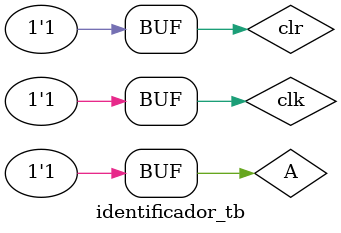
<source format=sv>
module identificador_tb();
  
  logic A, clk, clr, out;
  
  
  seq inst1(A, clk, clr, out);
  
  initial begin
    $display("Vamos identificar a sequência 0011 ");
    $monitor("time=%0d,entrada=%b, clk=%b, saida=%b,",$time,A, clk, out);
    $dumpfile("dump.vcd");
    $dumpvars(1, identificador_tb);
  end
  
  /*//clock generator
  initial begin clk = 1'b0; repeat(20) #5 clk= ~clk;end
  */
    
  
    initial begin
    clk = 0;
    clr = 1;
    A = 0;
  
    #5
    clk = 1;
    A = 0;
    #5
    clk = 0;
    A = 0;
    #5
   clk = 1;
    A=0;
    #5
   clk = 0;
    A=0;
    #5
   clk = 1;
    A=0;
     #5
   clk = 0;
    A=1;
     #5
   clk = 1;
    A=1;
     #5
   clk = 0;
    A=1;
     #5
   clk = 1;
    A=1;
    
    
 
  end
  
endmodule

</source>
